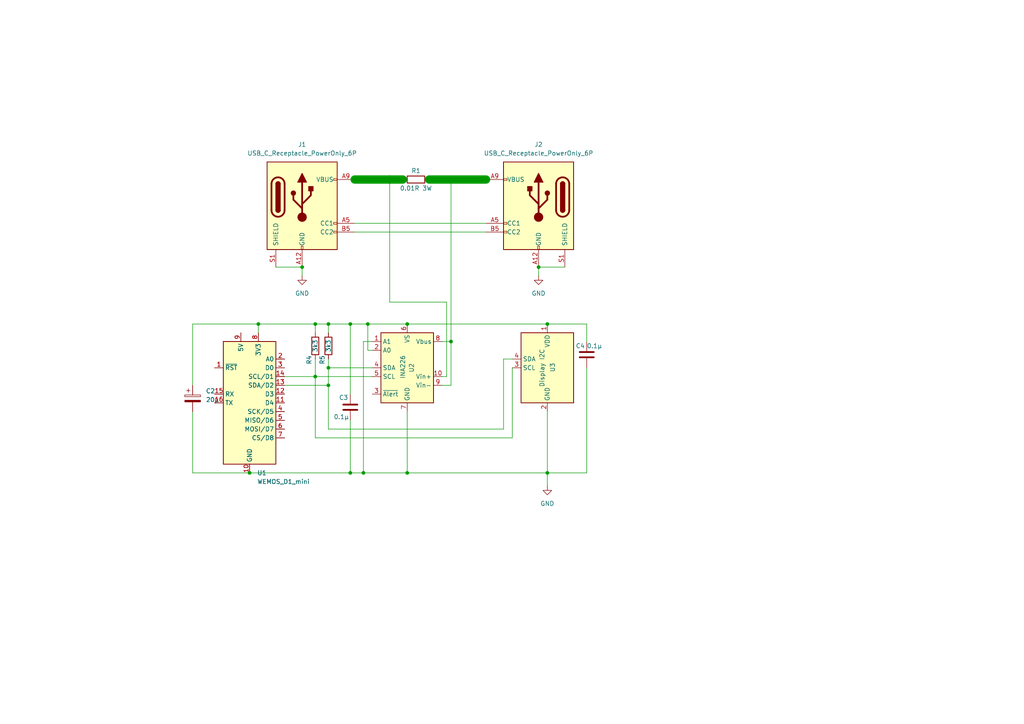
<source format=kicad_sch>
(kicad_sch (version 20250114) (generator "eeschema") (generator_version "9.0")
  (paper "A4")
  (title_block (title "USB-C Power Meter") (date "2025-03-07") (rev "1.0") (company "Netwake"))
  (lib_symbols
    (symbol "Connector:USB_C_Receptacle_PowerOnly_6P" (pin_names (offset 1.016))
      (property "Reference" "J" (at 0 16.51 0))
      (property "Value" "USB_C_Receptacle_PowerOnly_6P" (at 0 13.97 0))
      (symbol "USB_C_Receptacle_PowerOnly_6P_0_0"
        (rectangle (start -0.254 -12.7) (end 0.254 -11.684))
        (rectangle (start 10.16 7.874) (end 9.144 7.366))
        (rectangle (start 10.16 -4.826) (end 9.144 -5.334))
        (rectangle (start 10.16 -7.366) (end 9.144 -7.874))
      )
      (symbol "USB_C_Receptacle_PowerOnly_6P_0_1"
        (rectangle (start -10.16 12.7) (end 10.16 -12.7) (stroke (width 0.254)) (fill (type background)))
        (polyline (pts (xy -8.89 -1.27) (xy -8.89 6.35)) (stroke (width 0.508)))
        (rectangle (start -7.62 -1.27) (end -6.35 6.35) (stroke (width 0.254)) (fill (type outline)))
        (arc (start -7.62 6.35) (mid -6.985 6.9823) (end -6.35 6.35) (stroke (width 0.254)))
        (arc (start -7.62 6.35) (mid -6.985 6.9823) (end -6.35 6.35) (stroke (width 0.254)) (fill (type outline)))
        (arc (start -8.89 6.35) (mid -6.985 8.2467) (end -5.08 6.35) (stroke (width 0.508)))
        (arc (start -5.08 -1.27) (mid -6.985 -3.1667) (end -8.89 -1.27) (stroke (width 0.508)))
        (arc (start -6.35 -1.27) (mid -6.985 -1.9023) (end -7.62 -1.27) (stroke (width 0.254)))
        (arc (start -6.35 -1.27) (mid -6.985 -1.9023) (end -7.62 -1.27) (stroke (width 0.254)) (fill (type outline)))
        (polyline (pts (xy -5.08 6.35) (xy -5.08 -1.27)) (stroke (width 0.508)))
        (circle (center -2.54 3.683) (radius 0.635) (stroke (width 0.254)) (fill (type outline)))
        (polyline (pts (xy -1.27 6.858) (xy 0 9.398) (xy 1.27 6.858) (xy -1.27 6.858)) (stroke (width 0.254)) (fill (type outline)))
        (polyline (pts (xy 0 0.508) (xy 2.54 3.048) (xy 2.54 4.318)) (stroke (width 0.508)))
        (polyline (pts (xy 0 -0.762) (xy -2.54 1.778) (xy -2.54 3.048)) (stroke (width 0.508)))
        (polyline (pts (xy 0 -3.302) (xy 0 6.858)) (stroke (width 0.508)))
        (circle (center 0 -3.302) (radius 1.27) (fill (type outline)))
        (rectangle (start 1.905 4.318) (end 3.175 5.588) (stroke (width 0.254)) (fill (type outline)))
      )
      (symbol "USB_C_Receptacle_PowerOnly_6P_1_1"
        (pin passive line (at -7.62 -17.78 90) (length 5.08) (name "SHIELD") (number "S1"))
        (pin passive line (at 0 -17.78 90) (length 5.08) (name "GND") (number "A12"))
        (pin passive line (at 0 -17.78 90) (length 5.08) (hide yes) (name "GND") (number "B12"))
        (pin passive line (at 15.24 7.62 180) (length 5.08) (name "VBUS") (number "A9"))
        (pin passive line (at 15.24 7.62 180) (length 5.08) (hide yes) (name "VBUS") (number "B9"))
        (pin bidirectional line (at 15.24 -5.08 180) (length 5.08) (name "CC1") (number "A5"))
        (pin bidirectional line (at 15.24 -7.62 180) (length 5.08) (name "CC2") (number "B5"))
      )
    )
    (symbol "Device:C" (pin_numbers (hide yes)) (pin_names (offset 0.254))
      (property "Reference" "C" (at 0.635 2.54 0))
      (property "Value" "C" (at 0.635 -2.54 0))
      (symbol "C_0_1"
        (polyline (pts (xy -2.032 0.762) (xy 2.032 0.762)) (stroke (width 0.508)))
        (polyline (pts (xy -2.032 -0.762) (xy 2.032 -0.762)) (stroke (width 0.508)))
      )
      (symbol "C_1_1"
        (pin passive line (at 0 3.81 270) (length 2.794) (name "~") (number "1"))
        (pin passive line (at 0 -3.81 90) (length 2.794) (name "~") (number "2"))
      )
    )
    (symbol "Device:R" (pin_numbers (hide yes)) (pin_names (offset 0))
      (property "Reference" "R" (at 2.032 0 90))
      (property "Value" "R" (at 0 0 90))
      (symbol "R_0_1"
        (rectangle (start -1.016 -2.54) (end 1.016 2.54) (stroke (width 0.254)))
      )
      (symbol "R_1_1"
        (pin passive line (at 0 3.81 270) (length 1.27) (name "~") (number "1"))
        (pin passive line (at 0 -3.81 90) (length 1.27) (name "~") (number "2"))
      )
    )
    (symbol "Display_Character:NHD-C0220BIZ"
      (property "Reference" "U3" (at 1.524 -1.27 90))
      (property "Value" "Display I2C" (at -1.524 -5.588 90))
      (symbol "NHD-C0220BIZ_0_1"
        (rectangle (start -7.62 10.16) (end 7.62 -10.16) (stroke (width 0.254)) (fill (type background)))
      )
      (symbol "NHD-C0220BIZ_1_1"
        (pin bidirectional line (at -10.16 2.54 0) (length 2.54) (name "SDA") (number "4"))
        (pin input line (at -10.16 0 0) (length 2.54) (name "SCL") (number "3"))
        (pin power_in line (at 0 12.7 270) (length 2.54) (name "VDD") (number "1"))
        (pin power_in line (at 0 -12.7 90) (length 2.54) (name "GND") (number "2"))
      )
    )
    (symbol "PCM_Capacitor_AKL:CP_SMD_Tantalum_AVX-F_6032" (pin_numbers (hide yes)) (pin_names (offset 0.254))
      (property "Reference" "C" (at 0.635 2.54 0))
      (property "Value" "CP_SMD_Tantalum_AVX-F_6032" (at 0.635 -2.54 0))
      (symbol "CP_SMD_Tantalum_AVX-F_6032_0_1"
        (rectangle (start -2.286 1.016) (end 2.286 0.508))
        (polyline (pts (xy -1.778 2.286) (xy -0.762 2.286)))
        (polyline (pts (xy -1.27 2.794) (xy -1.27 1.778)))
        (rectangle (start 2.286 -0.508) (end -2.286 -1.016) (fill (type outline)))
      )
      (symbol "CP_SMD_Tantalum_AVX-F_6032_0_2"
        (polyline (pts (xy -2.54 -2.54) (xy -0.6604 -0.6604)))
        (polyline (pts (xy -1.8796 0.6096) (xy 0.6096 -1.8796) (xy 0.9652 -1.524) (xy -1.524 0.9652) (xy -1.8796 0.6096)) (fill (type outline)))
        (polyline (pts (xy -0.9652 1.524) (xy 1.524 -0.9652) (xy 1.8796 -0.6096) (xy -0.6096 1.8796) (xy -0.9652 1.524)))
        (polyline (pts (xy 0 2.032) (xy 1.016 2.032)))
        (polyline (pts (xy 0.508 2.54) (xy 0.508 1.524)))
        (polyline (pts (xy 0.6604 0.6604) (xy 2.54 2.54)))
      )
      (symbol "CP_SMD_Tantalum_AVX-F_6032_1_1"
        (pin passive line (at 0 3.81 270) (length 2.794) (name "~") (number "1"))
        (pin passive line (at 0 -3.81 90) (length 2.794) (name "~") (number "2"))
      )
      (symbol "CP_SMD_Tantalum_AVX-F_6032_1_2"
        (pin passive line (at -2.54 -2.54 90) (length 0) (name "~") (number "2"))
        (pin passive line (at 2.54 2.54 270) (length 0) (name "~") (number "1"))
      )
    )
    (symbol "RF_Module:WEMOS_D1_mini"
      (property "Reference" "U" (at 3.81 19.05 0))
      (property "Value" "WEMOS_D1_mini" (at 1.27 -19.05 0))
      (symbol "WEMOS_D1_mini_1_1"
        (rectangle (start -7.62 17.78) (end 7.62 -17.78) (stroke (width 0.254)) (fill (type background)))
        (pin input line (at -10.16 10.16 0) (length 2.54) (name "~{RST}") (number "1"))
        (pin input line (at -10.16 2.54 0) (length 2.54) (name "RX") (number "15"))
        (pin output line (at -10.16 0 0) (length 2.54) (name "TX") (number "16"))
        (pin power_in line (at -2.54 20.32 270) (length 2.54) (name "5V") (number "9"))
        (pin power_in line (at 0 -20.32 90) (length 2.54) (name "GND") (number "10"))
        (pin power_out line (at 2.54 20.32 270) (length 2.54) (name "3V3") (number "8"))
        (pin input line (at 10.16 12.7 180) (length 2.54) (name "A0") (number "2"))
        (pin bidirectional line (at 10.16 10.16 180) (length 2.54) (name "D0") (number "3"))
        (pin bidirectional line (at 10.16 7.62 180) (length 2.54) (name "SCL/D1") (number "14"))
        (pin bidirectional line (at 10.16 5.08 180) (length 2.54) (name "SDA/D2") (number "13"))
        (pin bidirectional line (at 10.16 2.54 180) (length 2.54) (name "D3") (number "12"))
        (pin bidirectional line (at 10.16 0 180) (length 2.54) (name "D4") (number "11"))
        (pin bidirectional line (at 10.16 -2.54 180) (length 2.54) (name "SCK/D5") (number "4"))
        (pin bidirectional line (at 10.16 -5.08 180) (length 2.54) (name "MISO/D6") (number "5"))
        (pin bidirectional line (at 10.16 -7.62 180) (length 2.54) (name "MOSI/D7") (number "6"))
        (pin bidirectional line (at 10.16 -10.16 180) (length 2.54) (name "CS/D8") (number "7"))
      )
    )
    (symbol "Sensor_Energy:INA226"
      (property "Reference" "U" (at -6.35 11.43 0))
      (property "Value" "INA226" (at 3.81 11.43 0))
      (symbol "INA226_0_1"
        (rectangle (start 7.62 10.16) (end -7.62 -10.16) (stroke (width 0.254)) (fill (type background)))
      )
      (symbol "INA226_1_1"
        (pin input line (at -10.16 7.62 0) (length 2.54) (name "Vbus") (number "8"))
        (pin input line (at -10.16 -2.54 0) (length 2.54) (name "Vin+") (number "10"))
        (pin input line (at -10.16 -5.08 0) (length 2.54) (name "Vin-") (number "9"))
        (pin power_in line (at 0 12.7 270) (length 2.54) (name "VS") (number "6"))
        (pin power_in line (at 0 -12.7 90) (length 2.54) (name "GND") (number "7"))
        (pin input line (at 10.16 7.62 180) (length 2.54) (name "A1") (number "1"))
        (pin input line (at 10.16 5.08 180) (length 2.54) (name "A0") (number "2"))
        (pin bidirectional line (at 10.16 0 180) (length 2.54) (name "SDA") (number "4"))
        (pin input line (at 10.16 -2.54 180) (length 2.54) (name "SCL") (number "5"))
        (pin open_collector line (at 10.16 -7.62 180) (length 2.54) (name "~{Alert}") (number "3"))
      )
    )
    (symbol "power:GND" (power) (pin_numbers (hide yes)) (pin_names (offset 0) (hide yes))
      (property "Value" "GND" (at 0 -3.81 0))
      (symbol "GND_0_1"
        (polyline (pts (xy 0 0) (xy 0 -1.27) (xy 1.27 -1.27) (xy 0 -2.54) (xy -1.27 -1.27) (xy 0 -1.27)))
      )
      (symbol "GND_1_1"
        (pin power_in line (at 0 0 270) (length 0) (name "~") (number "1"))
      )
    )
  )
  (junction (at 118.11 137.16))
  (junction (at 118.11 93.98))
  (junction (at 113.03 52.07))
  (junction (at 105.41 137.16))
  (junction (at 156.21 77.47))
  (junction (at 130.81 99.06))
  (junction (at 95.25 111.76))
  (junction (at 95.25 93.98))
  (junction (at 91.44 93.98))
  (junction (at 158.75 137.16))
  (junction (at 101.6 93.98))
  (junction (at 101.6 137.16))
  (junction (at 95.25 106.68))
  (junction (at 91.44 109.22))
  (junction (at 72.39 137.16))
  (junction (at 106.68 93.98))
  (junction (at 158.75 93.98))
  (junction (at 74.93 93.98))
  (junction (at 87.63 77.47))
  (wire (pts (xy 102.87 67.31) (xy 140.97 67.31)))
  (wire (pts (xy 101.6 93.98) (xy 106.68 93.98)))
  (wire (pts (xy 170.18 106.68) (xy 170.18 137.16)))
  (wire (pts (xy 106.68 93.98) (xy 118.11 93.98)))
  (wire (pts (xy 113.03 52.07) (xy 116.84 52.07)) (stroke (width 2.413)))
  (wire (pts (xy 129.54 87.63) (xy 129.54 109.22)))
  (wire (pts (xy 107.95 99.06) (xy 105.41 99.06)))
  (wire (pts (xy 72.39 137.16) (xy 101.6 137.16)))
  (wire (pts (xy 87.63 77.47) (xy 87.63 80.01)))
  (wire (pts (xy 148.59 106.68) (xy 148.59 127)))
  (wire (pts (xy 95.25 93.98) (xy 95.25 96.52)))
  (wire (pts (xy 82.55 111.76) (xy 95.25 111.76)))
  (wire (pts (xy 130.81 52.07) (xy 130.81 99.06)))
  (wire (pts (xy 158.75 119.38) (xy 158.75 137.16)))
  (wire (pts (xy 55.88 93.98) (xy 55.88 111.76)))
  (wire (pts (xy 91.44 93.98) (xy 95.25 93.98)))
  (wire (pts (xy 113.03 52.07) (xy 113.03 87.63)))
  (wire (pts (xy 124.46 52.07) (xy 140.97 52.07)) (stroke (width 2.413)))
  (wire (pts (xy 91.44 127) (xy 148.59 127)))
  (wire (pts (xy 130.81 111.76) (xy 128.27 111.76)))
  (wire (pts (xy 130.81 99.06) (xy 130.81 111.76)))
  (wire (pts (xy 55.88 137.16) (xy 72.39 137.16)))
  (wire (pts (xy 170.18 93.98) (xy 170.18 99.06)))
  (wire (pts (xy 95.25 104.14) (xy 95.25 106.68)))
  (wire (pts (xy 102.87 52.07) (xy 113.03 52.07)) (stroke (width 2.413)))
  (wire (pts (xy 105.41 99.06) (xy 105.41 137.16)))
  (wire (pts (xy 102.87 64.77) (xy 140.97 64.77)))
  (wire (pts (xy 156.21 77.47) (xy 156.21 80.01)))
  (wire (pts (xy 101.6 93.98) (xy 101.6 114.3)))
  (wire (pts (xy 74.93 93.98) (xy 74.93 96.52)))
  (wire (pts (xy 107.95 101.6) (xy 106.68 101.6)))
  (wire (pts (xy 101.6 121.92) (xy 101.6 137.16)))
  (wire (pts (xy 156.21 77.47) (xy 163.83 77.47)))
  (wire (pts (xy 91.44 104.14) (xy 91.44 109.22)))
  (wire (pts (xy 146.05 104.14) (xy 146.05 124.46)))
  (wire (pts (xy 80.01 77.47) (xy 87.63 77.47)))
  (wire (pts (xy 55.88 93.98) (xy 74.93 93.98)))
  (wire (pts (xy 91.44 93.98) (xy 91.44 96.52)))
  (wire (pts (xy 105.41 137.16) (xy 118.11 137.16)))
  (wire (pts (xy 170.18 137.16) (xy 158.75 137.16)))
  (wire (pts (xy 170.18 93.98) (xy 158.75 93.98)))
  (wire (pts (xy 91.44 127) (xy 91.44 109.22)))
  (wire (pts (xy 106.68 101.6) (xy 106.68 93.98)))
  (wire (pts (xy 130.81 99.06) (xy 128.27 99.06)))
  (wire (pts (xy 118.11 93.98) (xy 158.75 93.98)))
  (wire (pts (xy 74.93 93.98) (xy 91.44 93.98)))
  (wire (pts (xy 95.25 93.98) (xy 101.6 93.98)))
  (wire (pts (xy 148.59 104.14) (xy 146.05 104.14)))
  (wire (pts (xy 95.25 111.76) (xy 95.25 124.46)))
  (wire (pts (xy 82.55 109.22) (xy 91.44 109.22)))
  (wire (pts (xy 118.11 137.16) (xy 158.75 137.16)))
  (wire (pts (xy 95.25 106.68) (xy 107.95 106.68)))
  (wire (pts (xy 95.25 106.68) (xy 95.25 111.76)))
  (wire (pts (xy 101.6 137.16) (xy 105.41 137.16)))
  (wire (pts (xy 129.54 109.22) (xy 128.27 109.22)))
  (wire (pts (xy 95.25 124.46) (xy 146.05 124.46)))
  (wire (pts (xy 55.88 119.38) (xy 55.88 137.16)))
  (wire (pts (xy 113.03 87.63) (xy 129.54 87.63)))
  (wire (pts (xy 91.44 109.22) (xy 107.95 109.22)))
  (wire (pts (xy 158.75 137.16) (xy 158.75 140.97)))
  (wire (pts (xy 118.11 119.38) (xy 118.11 137.16)))
  (symbol (lib_id "Sensor_Energy:INA226") (at 118.11 106.68 0) (mirror y) (unit 1)
    (property "Reference" "U2" (at 119.38 106.68 90))
    (property "Value" "INA226" (at 116.84 106.426 90))
    (property "Footprint" "Package_SO:VSSOP-10_3x3mm_P0.5mm" (effects (hide yes)))
    (property "Datasheet" "http://www.ti.com/lit/ds/symlink/ina226.pdf" (effects (hide yes)))
    (property "Description" "High-Side or Low-Side Measurement, Bi-Directional Current and Power Monitor (0-36V) with I2C Compatible Interface, VSSOP-10" (effects (hide yes)))
  )
  (symbol (lib_id "Device:C") (at 170.18 102.87 180) (unit 1)
    (property "Reference" "C4" (at 169.672 100.33 0) (effects (justify left)))
    (property "Value" "0.1µ" (at 174.752 100.33 0) (effects (justify left)))
    (property "Footprint" "Capacitor_SMD:C_0603_1608Metric" (effects (hide yes)))
    (property "Description" "Unpolarized capacitor" (effects (hide yes)))
  )
  (symbol (lib_id "Connector:USB_C_Receptacle_PowerOnly_6P") (at 156.21 59.69 0) (mirror y) (unit 1)
    (property "Reference" "J2" (at 156.21 41.91 0))
    (property "Value" "USB_C_Receptacle_PowerOnly_6P" (at 156.21 44.45 0))
    (property "Footprint" "Connector_USB:USB_C_Receptacle_HRO_TYPE-C-31-M-17" (effects (hide yes)))
    (property "Datasheet" "https://www.usb.org/sites/default/files/documents/usb_type-c.zip" (effects (hide yes)))
    (property "Description" "USB Power-Only 6P Type-C Receptacle connector" (effects (hide yes)))
  )
  (symbol (lib_id "RF_Module:WEMOS_D1_mini") (at 72.39 116.84 0) (unit 1)
    (property "Reference" "U1" (at 74.5841 137.16 0) (effects (justify left)))
    (property "Value" "WEMOS_D1_mini" (at 74.5841 139.7 0) (effects (justify left)))
    (property "Footprint" "RF_Module:WEMOS_D1_mini_light" (effects (hide yes)))
    (property "Datasheet" "https://wiki.wemos.cc/products:d1:d1_mini#documentation" (effects (hide yes)))
    (property "Description" "32-bit microcontroller module with WiFi" (effects (hide yes)))
  )
  (symbol (lib_id "power:GND") (at 87.63 80.01 0) (unit 1)
    (property "Reference" "#PWR0103" (effects (hide yes)))
    (property "Value" "GND" (at 87.63 85.09 0))
    (property "Description" "Power symbol creates a global label with name \"GND\" , ground" (effects (hide yes)))
  )
  (symbol (lib_id "Device:C") (at 101.6 118.11 0) (unit 1)
    (property "Reference" "C3" (at 98.298 115.316 0) (effects (justify left)))
    (property "Value" "0.1µ" (at 96.774 120.904 0) (effects (justify left)))
    (property "Footprint" "Capacitor_SMD:C_0603_1608Metric" (effects (hide yes)))
    (property "Description" "Unpolarized capacitor" (effects (hide yes)))
  )
  (symbol (lib_id "power:GND") (at 158.75 140.97 0) (unit 1)
    (property "Reference" "#PWR0102" (effects (hide yes)))
    (property "Value" "GND" (at 158.75 146.05 0))
    (property "Description" "Power symbol creates a global label with name \"GND\" , ground" (effects (hide yes)))
  )
  (symbol (lib_id "power:GND") (at 156.21 80.01 0) (unit 1)
    (property "Reference" "#PWR0101" (effects (hide yes)))
    (property "Value" "GND" (at 156.21 85.09 0))
    (property "Description" "Power symbol creates a global label with name \"GND\" , ground" (effects (hide yes)))
  )
  (symbol (lib_id "Device:R") (at 120.65 52.07 90) (mirror x) (unit 1)
    (property "Reference" "R1" (at 120.65 49.53 90))
    (property "Value" "0.01R 3W" (at 120.65 54.61 90))
    (property "Footprint" "Resistor_SMD:R_1206_3216Metric" (effects (hide yes)))
    (property "Description" "Resistor" (effects (hide yes)))
  )
  (symbol (lib_id "Device:R") (at 95.25 100.33 180) (unit 1)
    (property "Reference" "R5" (at 93.472 104.394 90))
    (property "Value" "3k3" (at 95.25 100.33 90))
    (property "Footprint" "Resistor_SMD:R_0402_1005Metric" (effects (hide yes)))
    (property "Description" "Resistor" (effects (hide yes)))
  )
  (symbol (lib_id "PCM_Capacitor_AKL:CP_SMD_Tantalum_AVX-F_6032") (at 55.88 115.57 0) (unit 1)
    (property "Reference" "C2" (at 59.69 113.4109 0) (effects (justify left)))
    (property "Value" "20µ" (at 59.69 115.9509 0) (effects (justify left)))
    (property "Footprint" "Capacitor_Tantalum_SMD:CP_EIA-6032-20_AVX-F" (effects (hide yes)))
    (property "Description" "SMD Tantalum Electrolytic Capacitor, AVX Type F, 6032, European Symbol, Alternate KiCad Library" (effects (hide yes)))
  )
  (symbol (lib_id "Display_Character:NHD-C0220BIZ") (at 158.75 106.68 0) (unit 1)
    (property "Reference" "U3" (at 160.274 107.95 90) (effects (justify left)))
    (property "Value" "Display I2C" (at 157.226 112.268 90) (effects (justify left)))
    (property "Footprint" "Connector_PinHeader_2.54mm:PinHeader_1x04_P2.54mm_Vertical" (effects (hide yes)))
    (property "Description" "1.3\" TFT single color with i2c interface" (effects (hide yes)))
  )
  (symbol (lib_id "Connector:USB_C_Receptacle_PowerOnly_6P") (at 87.63 59.69 0) (unit 1)
    (property "Reference" "J1" (at 87.63 41.91 0))
    (property "Value" "USB_C_Receptacle_PowerOnly_6P" (at 87.63 44.45 0))
    (property "Footprint" "Connector_USB:USB_C_Receptacle_HRO_TYPE-C-31-M-17" (effects (hide yes)))
    (property "Datasheet" "https://www.usb.org/sites/default/files/documents/usb_type-c.zip" (effects (hide yes)))
    (property "Description" "USB Power-Only 6P Type-C Receptacle connector" (effects (hide yes)))
  )
  (symbol (lib_id "Device:R") (at 91.44 100.33 180) (unit 1)
    (property "Reference" "R4" (at 89.662 104.394 90))
    (property "Value" "3k3" (at 91.44 100.33 90))
    (property "Footprint" "Resistor_SMD:R_0402_1005Metric" (effects (hide yes)))
    (property "Description" "Resistor" (effects (hide yes)))
  )
)
</source>
